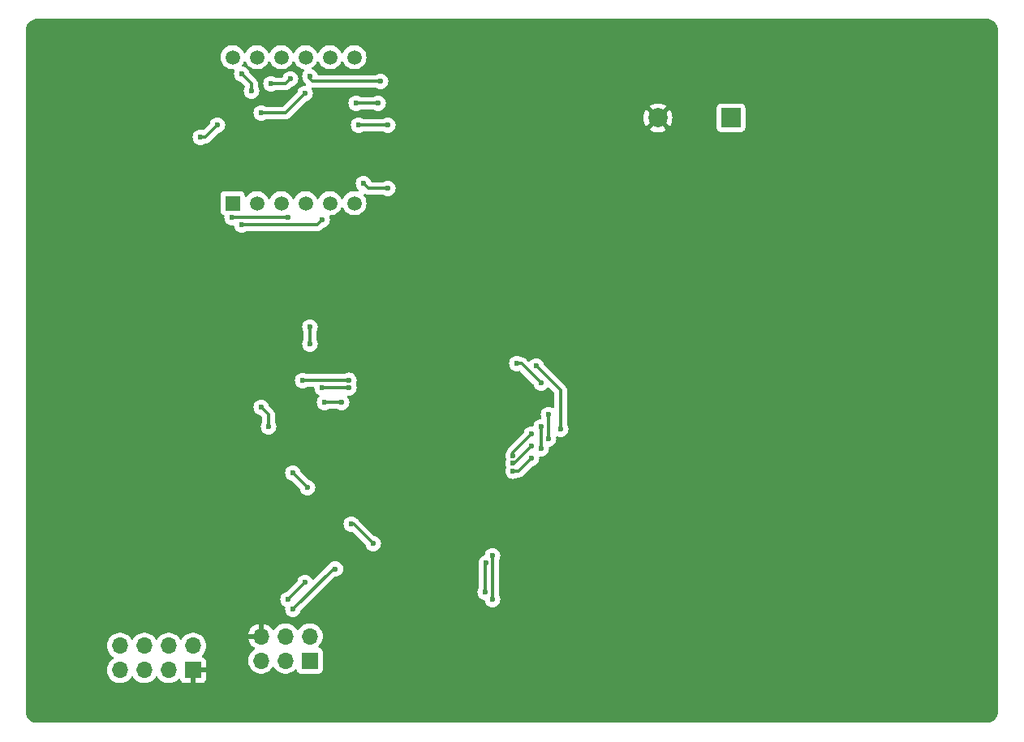
<source format=gbr>
%TF.GenerationSoftware,KiCad,Pcbnew,7.0.1-0*%
%TF.CreationDate,2023-04-21T07:07:00-06:00*%
%TF.ProjectId,PhaseB_Prototype,50686173-6542-45f5-9072-6f746f747970,rev?*%
%TF.SameCoordinates,Original*%
%TF.FileFunction,Copper,L2,Bot*%
%TF.FilePolarity,Positive*%
%FSLAX46Y46*%
G04 Gerber Fmt 4.6, Leading zero omitted, Abs format (unit mm)*
G04 Created by KiCad (PCBNEW 7.0.1-0) date 2023-04-21 07:07:00*
%MOMM*%
%LPD*%
G01*
G04 APERTURE LIST*
%TA.AperFunction,ComponentPad*%
%ADD10R,1.700000X1.700000*%
%TD*%
%TA.AperFunction,ComponentPad*%
%ADD11O,1.700000X1.700000*%
%TD*%
%TA.AperFunction,ComponentPad*%
%ADD12R,2.000000X2.000000*%
%TD*%
%TA.AperFunction,ComponentPad*%
%ADD13C,2.000000*%
%TD*%
%TA.AperFunction,ComponentPad*%
%ADD14C,1.500000*%
%TD*%
%TA.AperFunction,ComponentPad*%
%ADD15R,1.500000X1.500000*%
%TD*%
%TA.AperFunction,ViaPad*%
%ADD16C,0.600000*%
%TD*%
%TA.AperFunction,ViaPad*%
%ADD17C,0.800000*%
%TD*%
%TA.AperFunction,Conductor*%
%ADD18C,0.300000*%
%TD*%
G04 APERTURE END LIST*
D10*
%TO.P,J2,1,MISO*%
%TO.N,MISO*%
X105903000Y-92476000D03*
D11*
%TO.P,J2,2,VCC*%
%TO.N,+5V*%
X105903000Y-89936000D03*
%TO.P,J2,3,SCK*%
%TO.N,SCK*%
X103363000Y-92476000D03*
%TO.P,J2,4,MOSI*%
%TO.N,MOSI*%
X103363000Y-89936000D03*
%TO.P,J2,5,~{RST}*%
%TO.N,RST*%
X100823000Y-92476000D03*
%TO.P,J2,6,GND*%
%TO.N,GND*%
X100823000Y-89936000D03*
%TD*%
D12*
%TO.P,LS1,1,1*%
%TO.N,Buzzer*%
X149840000Y-35814000D03*
D13*
%TO.P,LS1,2,2*%
%TO.N,GND*%
X142240000Y-35814000D03*
%TD*%
D14*
%TO.P,U1,12,CA1*%
%TO.N,Dig1*%
X97850000Y-29480000D03*
%TO.P,U1,11,a*%
%TO.N,Net-(U1-a)*%
X100390000Y-29480000D03*
%TO.P,U1,10,f*%
%TO.N,Net-(U1-f)*%
X102930000Y-29480000D03*
%TO.P,U1,9,CA2*%
%TO.N,Dig2*%
X105470000Y-29480000D03*
%TO.P,U1,8,CA3*%
%TO.N,Dig3*%
X108010000Y-29480000D03*
%TO.P,U1,7,b*%
%TO.N,Net-(U1-b)*%
X110550000Y-29480000D03*
%TO.P,U1,6,CA4*%
%TO.N,Dig4*%
X110550000Y-44720000D03*
%TO.P,U1,5,g*%
%TO.N,Net-(U1-g)*%
X108010000Y-44720000D03*
%TO.P,U1,4,c*%
%TO.N,Net-(U1-c)*%
X105470000Y-44720000D03*
%TO.P,U1,3,DPX*%
%TO.N,Net-(U1-DPX)*%
X102930000Y-44720000D03*
%TO.P,U1,2,d*%
%TO.N,Net-(U1-d)*%
X100390000Y-44720000D03*
D15*
%TO.P,U1,1,e*%
%TO.N,Net-(U1-e)*%
X97850000Y-44720000D03*
%TD*%
D10*
%TO.P,J3,1,Pin_1*%
%TO.N,GND*%
X93726000Y-93472000D03*
D11*
%TO.P,J3,2,Pin_2*%
%TO.N,TX*%
X93726000Y-90932000D03*
%TO.P,J3,3,Pin_3*%
%TO.N,unconnected-(J3-Pin_3-Pad3)*%
X91186000Y-93472000D03*
%TO.P,J3,4,Pin_4*%
%TO.N,+3.3V*%
X91186000Y-90932000D03*
%TO.P,J3,5,Pin_5*%
%TO.N,Net-(J3-Pin_5)*%
X88646000Y-93472000D03*
%TO.P,J3,6,Pin_6*%
%TO.N,+3.3V*%
X88646000Y-90932000D03*
%TO.P,J3,7,Pin_7*%
%TO.N,RX*%
X86106000Y-93472000D03*
%TO.P,J3,8,Pin_8*%
%TO.N,+3.3V*%
X86106000Y-90932000D03*
%TD*%
D16*
%TO.N,Dig3*%
X105410000Y-33274000D03*
X104140000Y-72898000D03*
X96266000Y-36576000D03*
X110236000Y-78232000D03*
X100838000Y-66040000D03*
X112522000Y-80264000D03*
X94488000Y-37846000D03*
X101600000Y-68072000D03*
X100838000Y-35306000D03*
X105664000Y-74422000D03*
%TO.N,TX*%
X124318500Y-82296000D03*
X124206000Y-85344000D03*
%TO.N,RX*%
X124968000Y-81534000D03*
X124968000Y-86106000D03*
%TO.N,MOSI*%
X108563712Y-82909713D03*
%TO.N,SCK*%
X105410000Y-84328000D03*
X103632000Y-86106000D03*
%TO.N,MOSI*%
X104140000Y-87122000D03*
D17*
%TO.N,GND*%
X116332000Y-96266000D03*
D16*
%TO.N,Dig4*%
X111506000Y-42672000D03*
X127508000Y-61468000D03*
X114046000Y-43180000D03*
X130048000Y-68072000D03*
X127112500Y-72692486D03*
X130048000Y-70358000D03*
X129032000Y-71374000D03*
X130048000Y-63500000D03*
%TO.N,Dig1*%
X129032000Y-68834000D03*
X110998000Y-36576000D03*
X127112500Y-71092982D03*
X114046000Y-36576000D03*
X99822000Y-33020000D03*
X98806000Y-31242000D03*
%TO.N,Dig2*%
X113284000Y-32004000D03*
X132080000Y-68326000D03*
X105918000Y-31496000D03*
X129540000Y-61722000D03*
%TO.N,Buzzer*%
X130810000Y-66802000D03*
X130810000Y-69342000D03*
%TO.N,RED_LED*%
X129032000Y-70104000D03*
X127112500Y-71892485D03*
%TO.N,ST_CP*%
X105156000Y-63246000D03*
X109982000Y-63208497D03*
%TO.N,DS*%
X107188000Y-64008000D03*
X109982000Y-64008000D03*
%TO.N,SH_CP*%
X109220000Y-65532000D03*
X107442000Y-65532000D03*
%TO.N,Net-(U1-f)*%
X103886000Y-31750000D03*
X101854000Y-32258000D03*
%TO.N,Net-(U1-a)*%
X110744000Y-34290000D03*
X113030000Y-34290000D03*
%TO.N,Net-(U1-g)*%
X107188000Y-46482000D03*
X98806000Y-46990000D03*
%TO.N,Net-(U1-DPX)*%
X103632000Y-46228000D03*
X97790000Y-46228000D03*
%TO.N,a*%
X105918000Y-59436000D03*
X105918000Y-57658000D03*
D17*
%TO.N,GND*%
X107978193Y-60115680D03*
D16*
X144319397Y-90818286D03*
X144018000Y-76200000D03*
D17*
X149875025Y-58331278D03*
X149935126Y-56032409D03*
X102151016Y-56532751D03*
X104751132Y-59803422D03*
D16*
X117016502Y-65304475D03*
D17*
X110291683Y-73659999D03*
D16*
X83955394Y-79169000D03*
X98423108Y-85324330D03*
X122421630Y-86031350D03*
X119090690Y-89961949D03*
X119254533Y-91780601D03*
X122777146Y-87799229D03*
X117898664Y-84477327D03*
D17*
X110308005Y-75345266D03*
D16*
X94492808Y-83178073D03*
X89713460Y-84500251D03*
X89702622Y-82148508D03*
X90757235Y-76653883D03*
D17*
X92413079Y-65038409D03*
D16*
X128717211Y-79208453D03*
D17*
X125963154Y-67769272D03*
X114795000Y-67818000D03*
X126064071Y-69676891D03*
X126087346Y-79120606D03*
X118809500Y-78939189D03*
X123510500Y-69906725D03*
X117209500Y-69914386D03*
X110853654Y-68159775D03*
X110324850Y-71123523D03*
X115876501Y-73625620D03*
%TD*%
D18*
%TO.N,Dig3*%
X103378000Y-35306000D02*
X105410000Y-33274000D01*
X94996000Y-37846000D02*
X96266000Y-36576000D01*
X105664000Y-74422000D02*
X104140000Y-72898000D01*
X101600000Y-68072000D02*
X101600000Y-66802000D01*
X110490000Y-78232000D02*
X110236000Y-78232000D01*
X112522000Y-80264000D02*
X110490000Y-78232000D01*
X100838000Y-35306000D02*
X103378000Y-35306000D01*
X94488000Y-37846000D02*
X94996000Y-37846000D01*
X101600000Y-66802000D02*
X100838000Y-66040000D01*
%TO.N,TX*%
X124206000Y-85344000D02*
X124206000Y-82408500D01*
X124206000Y-82408500D02*
X124318500Y-82296000D01*
%TO.N,RX*%
X124968000Y-86106000D02*
X124968000Y-81534000D01*
%TO.N,MOSI*%
X108352287Y-82909713D02*
X108563712Y-82909713D01*
X104140000Y-87122000D02*
X108352287Y-82909713D01*
%TO.N,SCK*%
X103632000Y-86106000D02*
X105410000Y-84328000D01*
%TO.N,Dig4*%
X130048000Y-63500000D02*
X128016000Y-61468000D01*
X112014000Y-43180000D02*
X111506000Y-42672000D01*
X114046000Y-43180000D02*
X112014000Y-43180000D01*
X128016000Y-61468000D02*
X127508000Y-61468000D01*
X127713514Y-72692486D02*
X129032000Y-71374000D01*
X130048000Y-70358000D02*
X130048000Y-68072000D01*
X127112500Y-72692486D02*
X127713514Y-72692486D01*
%TO.N,Dig1*%
X114046000Y-36576000D02*
X110998000Y-36576000D01*
X99822000Y-33020000D02*
X99822000Y-32258000D01*
X99822000Y-32258000D02*
X98806000Y-31242000D01*
X127112500Y-71092982D02*
X127112500Y-70753500D01*
X127112500Y-70753500D02*
X129032000Y-68834000D01*
%TO.N,Dig2*%
X105918000Y-31750000D02*
X105918000Y-31496000D01*
X132080000Y-68326000D02*
X132080000Y-64262000D01*
X132080000Y-64262000D02*
X129540000Y-61722000D01*
X113284000Y-32004000D02*
X106172000Y-32004000D01*
X106172000Y-32004000D02*
X105918000Y-31750000D01*
%TO.N,Buzzer*%
X130810000Y-69342000D02*
X130810000Y-66802000D01*
%TO.N,RED_LED*%
X127243515Y-71892485D02*
X129032000Y-70104000D01*
X127112500Y-71892485D02*
X127243515Y-71892485D01*
%TO.N,ST_CP*%
X105193503Y-63208497D02*
X105156000Y-63246000D01*
X109982000Y-63208497D02*
X105193503Y-63208497D01*
%TO.N,DS*%
X109982000Y-64008000D02*
X107188000Y-64008000D01*
%TO.N,SH_CP*%
X107442000Y-65532000D02*
X109220000Y-65532000D01*
%TO.N,Net-(U1-f)*%
X103378000Y-32258000D02*
X103886000Y-31750000D01*
X101854000Y-32258000D02*
X103378000Y-32258000D01*
%TO.N,Net-(U1-a)*%
X113030000Y-34290000D02*
X110744000Y-34290000D01*
%TO.N,Net-(U1-g)*%
X106680000Y-46990000D02*
X107188000Y-46482000D01*
X98806000Y-46990000D02*
X106680000Y-46990000D01*
%TO.N,Net-(U1-DPX)*%
X97790000Y-46228000D02*
X103632000Y-46228000D01*
%TO.N,a*%
X105918000Y-57658000D02*
X105918000Y-59436000D01*
%TD*%
%TA.AperFunction,Conductor*%
%TO.N,GND*%
G36*
X176534853Y-25475882D02*
G01*
X176564568Y-25478220D01*
X176707136Y-25489440D01*
X176726346Y-25492483D01*
X176889638Y-25531686D01*
X176908130Y-25537694D01*
X177031090Y-25588626D01*
X177063277Y-25601959D01*
X177080614Y-25610793D01*
X177223786Y-25698529D01*
X177239527Y-25709965D01*
X177367217Y-25819022D01*
X177380977Y-25832782D01*
X177490034Y-25960472D01*
X177501470Y-25976213D01*
X177589206Y-26119385D01*
X177598040Y-26136722D01*
X177662302Y-26291862D01*
X177668315Y-26310368D01*
X177707515Y-26473648D01*
X177710559Y-26492866D01*
X177724118Y-26665146D01*
X177724500Y-26674875D01*
X177724500Y-97785125D01*
X177724118Y-97794854D01*
X177710559Y-97967133D01*
X177707515Y-97986351D01*
X177668315Y-98149631D01*
X177662302Y-98168137D01*
X177598040Y-98323277D01*
X177589206Y-98340614D01*
X177501470Y-98483786D01*
X177490034Y-98499527D01*
X177380977Y-98627217D01*
X177367217Y-98640977D01*
X177239527Y-98750034D01*
X177223786Y-98761470D01*
X177080614Y-98849206D01*
X177063277Y-98858040D01*
X176908137Y-98922302D01*
X176889631Y-98928315D01*
X176726351Y-98967515D01*
X176707133Y-98970559D01*
X176534854Y-98984118D01*
X176525125Y-98984500D01*
X77474875Y-98984500D01*
X77465146Y-98984118D01*
X77292866Y-98970559D01*
X77273648Y-98967515D01*
X77110368Y-98928315D01*
X77091862Y-98922302D01*
X76936722Y-98858040D01*
X76919385Y-98849206D01*
X76776213Y-98761470D01*
X76760472Y-98750034D01*
X76632782Y-98640977D01*
X76619022Y-98627217D01*
X76509965Y-98499527D01*
X76498529Y-98483786D01*
X76410793Y-98340614D01*
X76401959Y-98323277D01*
X76388626Y-98291090D01*
X76337694Y-98168130D01*
X76331686Y-98149638D01*
X76292483Y-97986346D01*
X76289440Y-97967132D01*
X76275882Y-97794853D01*
X76275500Y-97785125D01*
X76275500Y-93472000D01*
X84742843Y-93472000D01*
X84761435Y-93696363D01*
X84816705Y-93914618D01*
X84907138Y-94120788D01*
X84907140Y-94120791D01*
X85030278Y-94309268D01*
X85182760Y-94474906D01*
X85360424Y-94613189D01*
X85558426Y-94720342D01*
X85771365Y-94793444D01*
X85993431Y-94830500D01*
X86218569Y-94830500D01*
X86440635Y-94793444D01*
X86653574Y-94720342D01*
X86851576Y-94613189D01*
X87029240Y-94474906D01*
X87181722Y-94309268D01*
X87272190Y-94170795D01*
X87316982Y-94129561D01*
X87376000Y-94114616D01*
X87435018Y-94129561D01*
X87479809Y-94170795D01*
X87570278Y-94309268D01*
X87722760Y-94474906D01*
X87900424Y-94613189D01*
X88098426Y-94720342D01*
X88311365Y-94793444D01*
X88533431Y-94830500D01*
X88758569Y-94830500D01*
X88980635Y-94793444D01*
X89193574Y-94720342D01*
X89391576Y-94613189D01*
X89569240Y-94474906D01*
X89721722Y-94309268D01*
X89812190Y-94170795D01*
X89856982Y-94129561D01*
X89916000Y-94114616D01*
X89975018Y-94129561D01*
X90019809Y-94170795D01*
X90110278Y-94309268D01*
X90262760Y-94474906D01*
X90440424Y-94613189D01*
X90638426Y-94720342D01*
X90851365Y-94793444D01*
X91073431Y-94830500D01*
X91298569Y-94830500D01*
X91520635Y-94793444D01*
X91733574Y-94720342D01*
X91931576Y-94613189D01*
X92109240Y-94474906D01*
X92151155Y-94429375D01*
X92178908Y-94399228D01*
X92231531Y-94365374D01*
X92293986Y-94361526D01*
X92350367Y-94388664D01*
X92386319Y-94439877D01*
X92432647Y-94564089D01*
X92518811Y-94679188D01*
X92633910Y-94765352D01*
X92768624Y-94815597D01*
X92828176Y-94822000D01*
X93476000Y-94822000D01*
X93476000Y-93722000D01*
X93976000Y-93722000D01*
X93976000Y-94822000D01*
X94623824Y-94822000D01*
X94683375Y-94815597D01*
X94818089Y-94765352D01*
X94933188Y-94679188D01*
X95019352Y-94564089D01*
X95069597Y-94429375D01*
X95076000Y-94369824D01*
X95076000Y-93722000D01*
X93976000Y-93722000D01*
X93476000Y-93722000D01*
X93476000Y-93346000D01*
X93492613Y-93284000D01*
X93538000Y-93238613D01*
X93600000Y-93222000D01*
X95076000Y-93222000D01*
X95076000Y-92574176D01*
X95069597Y-92514624D01*
X95055191Y-92475999D01*
X99459843Y-92475999D01*
X99478435Y-92700363D01*
X99478435Y-92700366D01*
X99478436Y-92700368D01*
X99509544Y-92823211D01*
X99533705Y-92918618D01*
X99624138Y-93124788D01*
X99624140Y-93124791D01*
X99747278Y-93313268D01*
X99899760Y-93478906D01*
X100077424Y-93617189D01*
X100275426Y-93724342D01*
X100488365Y-93797444D01*
X100710431Y-93834500D01*
X100935569Y-93834500D01*
X101157635Y-93797444D01*
X101370574Y-93724342D01*
X101568576Y-93617189D01*
X101746240Y-93478906D01*
X101898722Y-93313268D01*
X101989190Y-93174795D01*
X102033982Y-93133561D01*
X102093000Y-93118616D01*
X102152018Y-93133561D01*
X102196809Y-93174795D01*
X102244398Y-93247636D01*
X102287278Y-93313268D01*
X102439760Y-93478906D01*
X102617424Y-93617189D01*
X102815426Y-93724342D01*
X103028365Y-93797444D01*
X103250431Y-93834500D01*
X103475569Y-93834500D01*
X103697635Y-93797444D01*
X103910574Y-93724342D01*
X104108576Y-93617189D01*
X104286240Y-93478906D01*
X104349452Y-93410239D01*
X104402073Y-93376387D01*
X104464528Y-93372539D01*
X104520909Y-93399676D01*
X104556861Y-93450889D01*
X104602110Y-93572204D01*
X104689738Y-93689261D01*
X104806796Y-93776889D01*
X104943794Y-93827988D01*
X104943797Y-93827988D01*
X104943799Y-93827989D01*
X105004362Y-93834500D01*
X106801634Y-93834500D01*
X106801638Y-93834500D01*
X106862201Y-93827989D01*
X106862203Y-93827988D01*
X106862205Y-93827988D01*
X106944097Y-93797443D01*
X106999204Y-93776889D01*
X107116261Y-93689261D01*
X107203889Y-93572204D01*
X107254989Y-93435201D01*
X107261500Y-93374638D01*
X107261500Y-91577362D01*
X107254989Y-91516799D01*
X107254988Y-91516797D01*
X107254988Y-91516794D01*
X107203889Y-91379796D01*
X107116261Y-91262738D01*
X106999203Y-91175110D01*
X106881405Y-91131173D01*
X106831870Y-91097158D01*
X106804143Y-91043848D01*
X106804736Y-90983761D01*
X106833508Y-90931009D01*
X106978722Y-90773268D01*
X107101860Y-90584791D01*
X107192296Y-90378616D01*
X107247564Y-90160368D01*
X107266156Y-89936000D01*
X107247564Y-89711632D01*
X107192296Y-89493384D01*
X107101860Y-89287209D01*
X106978722Y-89098732D01*
X106826240Y-88933094D01*
X106648576Y-88794811D01*
X106450574Y-88687658D01*
X106450573Y-88687657D01*
X106450572Y-88687657D01*
X106237636Y-88614556D01*
X106015569Y-88577500D01*
X105790431Y-88577500D01*
X105568363Y-88614556D01*
X105355427Y-88687657D01*
X105157424Y-88794811D01*
X104979760Y-88933094D01*
X104827279Y-89098730D01*
X104736809Y-89237205D01*
X104692017Y-89278438D01*
X104633000Y-89293383D01*
X104573983Y-89278438D01*
X104529191Y-89237205D01*
X104438723Y-89098734D01*
X104438722Y-89098732D01*
X104286240Y-88933094D01*
X104108576Y-88794811D01*
X103910574Y-88687658D01*
X103910573Y-88687657D01*
X103910572Y-88687657D01*
X103697636Y-88614556D01*
X103475569Y-88577500D01*
X103250431Y-88577500D01*
X103028363Y-88614556D01*
X102815427Y-88687657D01*
X102617424Y-88794811D01*
X102439760Y-88933094D01*
X102287275Y-89098734D01*
X102193250Y-89242650D01*
X102149334Y-89283405D01*
X102091435Y-89298812D01*
X102033071Y-89285274D01*
X101987867Y-89245951D01*
X101861109Y-89064921D01*
X101694081Y-88897893D01*
X101500576Y-88762399D01*
X101286492Y-88662569D01*
X101073000Y-88605364D01*
X101073000Y-90062000D01*
X101056387Y-90124000D01*
X101011000Y-90169387D01*
X100949000Y-90186000D01*
X99492364Y-90186000D01*
X99549569Y-90399492D01*
X99649399Y-90613576D01*
X99784893Y-90807081D01*
X99951918Y-90974106D01*
X100132802Y-91100763D01*
X100173265Y-91148261D01*
X100185474Y-91209452D01*
X100166336Y-91268842D01*
X100120698Y-91311392D01*
X100077422Y-91334812D01*
X99899760Y-91473094D01*
X99747279Y-91638730D01*
X99624138Y-91827211D01*
X99553000Y-91989393D01*
X99533704Y-92033384D01*
X99507078Y-92138527D01*
X99478435Y-92251636D01*
X99459843Y-92475999D01*
X95055191Y-92475999D01*
X95019352Y-92379910D01*
X94933188Y-92264811D01*
X94818089Y-92178647D01*
X94698188Y-92133927D01*
X94648653Y-92099912D01*
X94620926Y-92046601D01*
X94621519Y-91986514D01*
X94650291Y-91933763D01*
X94801722Y-91769268D01*
X94924860Y-91580791D01*
X95015296Y-91374616D01*
X95070564Y-91156368D01*
X95089156Y-90932000D01*
X95070564Y-90707632D01*
X95015296Y-90489384D01*
X94924860Y-90283209D01*
X94801722Y-90094732D01*
X94649240Y-89929094D01*
X94471576Y-89790811D01*
X94277902Y-89686000D01*
X99492364Y-89686000D01*
X100573000Y-89686000D01*
X100573000Y-88605364D01*
X100572999Y-88605364D01*
X100359507Y-88662569D01*
X100145421Y-88762400D01*
X99951921Y-88897890D01*
X99784890Y-89064921D01*
X99649400Y-89258421D01*
X99549569Y-89472507D01*
X99492364Y-89685999D01*
X99492364Y-89686000D01*
X94277902Y-89686000D01*
X94273574Y-89683658D01*
X94273573Y-89683657D01*
X94273572Y-89683657D01*
X94060636Y-89610556D01*
X93838569Y-89573500D01*
X93613431Y-89573500D01*
X93391363Y-89610556D01*
X93178427Y-89683657D01*
X92980424Y-89790811D01*
X92802760Y-89929094D01*
X92650279Y-90094730D01*
X92559809Y-90233205D01*
X92515017Y-90274438D01*
X92456000Y-90289383D01*
X92396983Y-90274438D01*
X92352191Y-90233205D01*
X92304601Y-90160363D01*
X92261722Y-90094732D01*
X92109240Y-89929094D01*
X91931576Y-89790811D01*
X91733574Y-89683658D01*
X91733573Y-89683657D01*
X91733572Y-89683657D01*
X91520636Y-89610556D01*
X91298569Y-89573500D01*
X91073431Y-89573500D01*
X90851363Y-89610556D01*
X90638427Y-89683657D01*
X90440424Y-89790811D01*
X90262760Y-89929094D01*
X90110279Y-90094730D01*
X90019809Y-90233205D01*
X89975017Y-90274438D01*
X89916000Y-90289383D01*
X89856983Y-90274438D01*
X89812191Y-90233205D01*
X89764601Y-90160363D01*
X89721722Y-90094732D01*
X89569240Y-89929094D01*
X89391576Y-89790811D01*
X89193574Y-89683658D01*
X89193573Y-89683657D01*
X89193572Y-89683657D01*
X88980636Y-89610556D01*
X88758569Y-89573500D01*
X88533431Y-89573500D01*
X88311363Y-89610556D01*
X88098427Y-89683657D01*
X87900424Y-89790811D01*
X87722760Y-89929094D01*
X87570279Y-90094730D01*
X87479809Y-90233205D01*
X87435017Y-90274438D01*
X87376000Y-90289383D01*
X87316983Y-90274438D01*
X87272191Y-90233205D01*
X87224601Y-90160363D01*
X87181722Y-90094732D01*
X87029240Y-89929094D01*
X86851576Y-89790811D01*
X86653574Y-89683658D01*
X86653573Y-89683657D01*
X86653572Y-89683657D01*
X86440636Y-89610556D01*
X86218569Y-89573500D01*
X85993431Y-89573500D01*
X85771363Y-89610556D01*
X85558427Y-89683657D01*
X85360424Y-89790811D01*
X85182760Y-89929094D01*
X85030279Y-90094730D01*
X84907138Y-90283211D01*
X84845995Y-90422606D01*
X84816704Y-90489384D01*
X84779881Y-90634795D01*
X84761435Y-90707636D01*
X84742843Y-90931999D01*
X84761435Y-91156363D01*
X84761435Y-91156366D01*
X84761436Y-91156368D01*
X84806624Y-91334812D01*
X84816705Y-91374618D01*
X84907138Y-91580788D01*
X84907140Y-91580791D01*
X85030278Y-91769268D01*
X85182760Y-91934906D01*
X85360424Y-92073189D01*
X85360426Y-92073190D01*
X85396931Y-92092946D01*
X85444436Y-92138527D01*
X85461913Y-92202000D01*
X85444436Y-92265473D01*
X85396931Y-92311054D01*
X85360426Y-92330809D01*
X85182760Y-92469094D01*
X85030279Y-92634730D01*
X84907138Y-92823211D01*
X84845995Y-92962606D01*
X84816704Y-93029384D01*
X84792544Y-93124791D01*
X84761435Y-93247636D01*
X84742843Y-93472000D01*
X76275500Y-93472000D01*
X76275500Y-86105999D01*
X102818383Y-86105999D01*
X102838782Y-86287044D01*
X102838782Y-86287046D01*
X102838783Y-86287047D01*
X102898957Y-86459015D01*
X102995889Y-86613281D01*
X103124719Y-86742111D01*
X103278985Y-86839043D01*
X103287051Y-86844111D01*
X103332799Y-86895303D01*
X103344299Y-86962988D01*
X103326383Y-87121999D01*
X103346782Y-87303044D01*
X103346782Y-87303046D01*
X103346783Y-87303047D01*
X103406957Y-87475015D01*
X103503889Y-87629281D01*
X103632719Y-87758111D01*
X103786985Y-87855043D01*
X103958953Y-87915217D01*
X104140000Y-87935616D01*
X104321047Y-87915217D01*
X104493015Y-87855043D01*
X104647281Y-87758111D01*
X104776111Y-87629281D01*
X104873043Y-87475015D01*
X104933217Y-87303047D01*
X104933819Y-87297697D01*
X104945318Y-87257782D01*
X104969355Y-87223903D01*
X106849258Y-85343999D01*
X123392383Y-85343999D01*
X123412782Y-85525044D01*
X123412782Y-85525046D01*
X123412783Y-85525047D01*
X123472957Y-85697015D01*
X123569889Y-85851281D01*
X123698719Y-85980111D01*
X123852985Y-86077043D01*
X124024953Y-86137217D01*
X124061349Y-86141317D01*
X124113433Y-86159542D01*
X124152455Y-86198564D01*
X124170682Y-86250653D01*
X124174782Y-86287044D01*
X124174782Y-86287046D01*
X124174783Y-86287047D01*
X124234957Y-86459015D01*
X124331889Y-86613281D01*
X124460719Y-86742111D01*
X124614985Y-86839043D01*
X124786953Y-86899217D01*
X124968000Y-86919616D01*
X125149047Y-86899217D01*
X125321015Y-86839043D01*
X125475281Y-86742111D01*
X125604111Y-86613281D01*
X125701043Y-86459015D01*
X125761217Y-86287047D01*
X125781616Y-86106000D01*
X125761217Y-85924953D01*
X125701043Y-85752985D01*
X125645505Y-85664598D01*
X125626500Y-85598627D01*
X125626500Y-82041373D01*
X125645506Y-81975401D01*
X125701043Y-81887015D01*
X125761217Y-81715047D01*
X125781616Y-81534000D01*
X125761217Y-81352953D01*
X125701043Y-81180985D01*
X125604111Y-81026719D01*
X125475281Y-80897889D01*
X125321015Y-80800957D01*
X125149047Y-80740783D01*
X125149046Y-80740782D01*
X125149044Y-80740782D01*
X124968000Y-80720383D01*
X124786955Y-80740782D01*
X124614984Y-80800957D01*
X124460717Y-80897890D01*
X124331890Y-81026717D01*
X124234957Y-81180984D01*
X124174782Y-81352955D01*
X124167463Y-81417910D01*
X124141190Y-81481338D01*
X124085199Y-81521066D01*
X123965486Y-81562956D01*
X123811217Y-81659890D01*
X123682390Y-81788717D01*
X123585457Y-81942984D01*
X123525282Y-82114955D01*
X123504883Y-82296000D01*
X123525282Y-82477044D01*
X123540542Y-82520655D01*
X123547500Y-82561609D01*
X123547500Y-84836627D01*
X123528494Y-84902599D01*
X123472957Y-84990984D01*
X123412782Y-85162955D01*
X123392383Y-85343999D01*
X106849258Y-85343999D01*
X108437202Y-83756055D01*
X108483928Y-83726696D01*
X108538765Y-83720518D01*
X108563712Y-83723329D01*
X108563713Y-83723328D01*
X108563714Y-83723329D01*
X108636130Y-83715169D01*
X108744759Y-83702930D01*
X108916727Y-83642756D01*
X109070993Y-83545824D01*
X109199823Y-83416994D01*
X109296755Y-83262728D01*
X109356929Y-83090760D01*
X109377328Y-82909713D01*
X109356929Y-82728666D01*
X109296755Y-82556698D01*
X109199823Y-82402432D01*
X109070993Y-82273602D01*
X108916727Y-82176670D01*
X108744759Y-82116496D01*
X108744758Y-82116495D01*
X108744756Y-82116495D01*
X108563712Y-82096096D01*
X108382667Y-82116495D01*
X108210696Y-82176670D01*
X108056431Y-82273602D01*
X107927616Y-82402416D01*
X107912824Y-82415049D01*
X107897931Y-82425869D01*
X107868417Y-82461545D01*
X107860556Y-82470183D01*
X106335072Y-83995666D01*
X106288346Y-84025027D01*
X106233508Y-84031205D01*
X106181419Y-84012979D01*
X106142397Y-83973957D01*
X106046111Y-83820719D01*
X105917281Y-83691889D01*
X105763015Y-83594957D01*
X105591047Y-83534783D01*
X105591046Y-83534782D01*
X105591044Y-83534782D01*
X105410000Y-83514383D01*
X105228955Y-83534782D01*
X105056984Y-83594957D01*
X104902717Y-83691890D01*
X104773890Y-83820717D01*
X104773888Y-83820719D01*
X104773889Y-83820719D01*
X104676957Y-83974985D01*
X104659447Y-84025027D01*
X104616782Y-84146956D01*
X104616180Y-84152301D01*
X104604680Y-84192218D01*
X104580641Y-84226097D01*
X103530097Y-85276641D01*
X103496218Y-85300680D01*
X103456301Y-85312180D01*
X103450956Y-85312782D01*
X103450953Y-85312782D01*
X103450953Y-85312783D01*
X103278985Y-85372957D01*
X103278983Y-85372957D01*
X103278983Y-85372958D01*
X103124717Y-85469890D01*
X102995890Y-85598717D01*
X102898957Y-85752984D01*
X102838782Y-85924955D01*
X102818383Y-86105999D01*
X76275500Y-86105999D01*
X76275500Y-78231999D01*
X109422383Y-78231999D01*
X109442782Y-78413044D01*
X109442782Y-78413046D01*
X109442783Y-78413047D01*
X109502957Y-78585015D01*
X109599889Y-78739281D01*
X109728719Y-78868111D01*
X109882985Y-78965043D01*
X110054953Y-79025217D01*
X110145476Y-79035416D01*
X110235998Y-79045616D01*
X110235998Y-79045615D01*
X110236000Y-79045616D01*
X110299207Y-79038494D01*
X110354046Y-79044672D01*
X110400773Y-79074033D01*
X111692641Y-80365901D01*
X111716680Y-80399780D01*
X111728180Y-80439698D01*
X111728782Y-80445044D01*
X111728782Y-80445046D01*
X111728783Y-80445047D01*
X111788957Y-80617015D01*
X111885889Y-80771281D01*
X112014719Y-80900111D01*
X112168985Y-80997043D01*
X112340953Y-81057217D01*
X112522000Y-81077616D01*
X112703047Y-81057217D01*
X112875015Y-80997043D01*
X113029281Y-80900111D01*
X113158111Y-80771281D01*
X113255043Y-80617015D01*
X113315217Y-80445047D01*
X113335616Y-80264000D01*
X113315217Y-80082953D01*
X113255043Y-79910985D01*
X113158111Y-79756719D01*
X113029281Y-79627889D01*
X112875015Y-79530957D01*
X112703047Y-79470783D01*
X112703046Y-79470782D01*
X112703044Y-79470782D01*
X112697698Y-79470180D01*
X112657780Y-79458680D01*
X112623901Y-79434641D01*
X111016718Y-77827458D01*
X111003234Y-77810627D01*
X110949725Y-77760379D01*
X110946928Y-77757668D01*
X110926332Y-77737072D01*
X110922748Y-77734292D01*
X110913878Y-77726716D01*
X110880133Y-77695028D01*
X110861200Y-77684619D01*
X110844941Y-77673939D01*
X110827869Y-77660697D01*
X110827868Y-77660696D01*
X110814701Y-77654998D01*
X110776272Y-77628880D01*
X110743282Y-77595890D01*
X110743281Y-77595889D01*
X110589015Y-77498957D01*
X110417047Y-77438783D01*
X110417046Y-77438782D01*
X110417044Y-77438782D01*
X110236000Y-77418383D01*
X110054955Y-77438782D01*
X109882984Y-77498957D01*
X109728717Y-77595890D01*
X109599890Y-77724717D01*
X109502957Y-77878984D01*
X109442782Y-78050955D01*
X109422383Y-78231999D01*
X76275500Y-78231999D01*
X76275500Y-72898000D01*
X103326383Y-72898000D01*
X103346782Y-73079044D01*
X103346782Y-73079046D01*
X103346783Y-73079047D01*
X103406957Y-73251015D01*
X103503889Y-73405281D01*
X103632719Y-73534111D01*
X103786985Y-73631043D01*
X103958953Y-73691217D01*
X103964301Y-73691819D01*
X104004217Y-73703318D01*
X104038098Y-73727358D01*
X104834640Y-74523900D01*
X104858678Y-74557777D01*
X104870179Y-74597691D01*
X104870782Y-74603044D01*
X104870782Y-74603046D01*
X104870783Y-74603047D01*
X104930957Y-74775015D01*
X105027889Y-74929281D01*
X105156719Y-75058111D01*
X105310985Y-75155043D01*
X105482953Y-75215217D01*
X105664000Y-75235616D01*
X105845047Y-75215217D01*
X106017015Y-75155043D01*
X106171281Y-75058111D01*
X106300111Y-74929281D01*
X106397043Y-74775015D01*
X106457217Y-74603047D01*
X106477616Y-74422000D01*
X106457217Y-74240953D01*
X106397043Y-74068985D01*
X106300111Y-73914719D01*
X106171281Y-73785889D01*
X106017015Y-73688957D01*
X105845047Y-73628783D01*
X105845046Y-73628782D01*
X105845044Y-73628782D01*
X105839691Y-73628179D01*
X105799777Y-73616678D01*
X105765900Y-73592640D01*
X104969358Y-72796098D01*
X104945318Y-72762217D01*
X104933819Y-72722301D01*
X104933217Y-72716953D01*
X104924656Y-72692486D01*
X126298883Y-72692486D01*
X126319282Y-72873530D01*
X126319282Y-72873532D01*
X126319283Y-72873533D01*
X126379457Y-73045501D01*
X126476389Y-73199767D01*
X126605219Y-73328597D01*
X126759485Y-73425529D01*
X126931453Y-73485703D01*
X127112500Y-73506102D01*
X127293547Y-73485703D01*
X127465515Y-73425529D01*
X127553901Y-73369991D01*
X127619873Y-73350986D01*
X127627124Y-73350986D01*
X127648558Y-73353352D01*
X127651049Y-73353273D01*
X127651051Y-73353274D01*
X127721914Y-73351047D01*
X127725810Y-73350986D01*
X127754950Y-73350986D01*
X127759436Y-73350419D01*
X127771085Y-73349501D01*
X127817345Y-73348048D01*
X127838090Y-73342020D01*
X127857130Y-73338077D01*
X127878578Y-73335368D01*
X127921632Y-73318321D01*
X127932656Y-73314546D01*
X127977114Y-73301631D01*
X127995705Y-73290635D01*
X128013178Y-73282075D01*
X128033270Y-73274121D01*
X128070736Y-73246898D01*
X128080474Y-73240502D01*
X128120321Y-73216939D01*
X128135601Y-73201657D01*
X128150391Y-73189026D01*
X128167871Y-73176327D01*
X128197383Y-73140651D01*
X128205226Y-73132032D01*
X129133903Y-72203355D01*
X129167782Y-72179318D01*
X129207697Y-72167819D01*
X129213047Y-72167217D01*
X129385015Y-72107043D01*
X129539281Y-72010111D01*
X129668111Y-71881281D01*
X129765043Y-71727015D01*
X129825217Y-71555047D01*
X129845616Y-71374000D01*
X129837326Y-71300431D01*
X129843505Y-71245593D01*
X129872866Y-71198866D01*
X129919593Y-71169505D01*
X129974431Y-71163327D01*
X130048000Y-71171616D01*
X130229047Y-71151217D01*
X130401015Y-71091043D01*
X130555281Y-70994111D01*
X130684111Y-70865281D01*
X130781043Y-70711015D01*
X130841217Y-70539047D01*
X130861616Y-70358000D01*
X130852335Y-70275629D01*
X130861901Y-70212159D01*
X130901923Y-70161975D01*
X130961670Y-70138526D01*
X130991047Y-70135217D01*
X131163015Y-70075043D01*
X131317281Y-69978111D01*
X131446111Y-69849281D01*
X131543043Y-69695015D01*
X131603217Y-69523047D01*
X131623616Y-69342000D01*
X131608278Y-69205878D01*
X131616938Y-69144541D01*
X131654186Y-69095047D01*
X131710728Y-69069746D01*
X131772453Y-69074952D01*
X131823512Y-69092819D01*
X131898952Y-69119217D01*
X132080000Y-69139616D01*
X132261047Y-69119217D01*
X132433015Y-69059043D01*
X132587281Y-68962111D01*
X132716111Y-68833281D01*
X132813043Y-68679015D01*
X132873217Y-68507047D01*
X132893616Y-68326000D01*
X132873217Y-68144953D01*
X132813043Y-67972985D01*
X132757505Y-67884598D01*
X132738500Y-67818627D01*
X132738500Y-64348390D01*
X132740866Y-64326955D01*
X132738561Y-64253599D01*
X132738500Y-64249704D01*
X132738500Y-64220570D01*
X132737932Y-64216075D01*
X132737015Y-64204424D01*
X132736532Y-64189044D01*
X132735562Y-64158169D01*
X132729535Y-64137423D01*
X132725590Y-64118380D01*
X132722882Y-64096936D01*
X132705840Y-64053893D01*
X132702055Y-64042839D01*
X132701003Y-64039217D01*
X132689145Y-63998399D01*
X132678142Y-63979795D01*
X132669590Y-63962337D01*
X132661635Y-63942244D01*
X132634424Y-63904791D01*
X132628010Y-63895027D01*
X132604453Y-63855194D01*
X132602274Y-63853015D01*
X132589172Y-63839913D01*
X132576539Y-63825121D01*
X132563841Y-63807643D01*
X132528165Y-63778129D01*
X132519526Y-63770267D01*
X130369358Y-61620098D01*
X130345318Y-61586217D01*
X130333819Y-61546301D01*
X130333217Y-61540953D01*
X130273043Y-61368985D01*
X130176111Y-61214719D01*
X130047281Y-61085889D01*
X129893015Y-60988957D01*
X129721047Y-60928783D01*
X129721046Y-60928782D01*
X129721044Y-60928782D01*
X129540000Y-60908383D01*
X129358955Y-60928782D01*
X129186984Y-60988957D01*
X129032717Y-61085890D01*
X128894010Y-61224598D01*
X128893500Y-61224088D01*
X128866584Y-61250998D01*
X128814498Y-61269220D01*
X128759663Y-61263039D01*
X128712940Y-61233680D01*
X128542718Y-61063458D01*
X128529234Y-61046627D01*
X128475725Y-60996379D01*
X128472928Y-60993668D01*
X128452332Y-60973072D01*
X128448748Y-60970292D01*
X128439878Y-60962716D01*
X128406133Y-60931028D01*
X128387200Y-60920619D01*
X128370941Y-60909939D01*
X128368936Y-60908384D01*
X128353868Y-60896696D01*
X128311377Y-60878308D01*
X128300900Y-60873175D01*
X128278007Y-60860590D01*
X128260334Y-60850874D01*
X128239413Y-60845503D01*
X128221004Y-60839200D01*
X128201175Y-60830619D01*
X128155455Y-60823378D01*
X128144016Y-60821009D01*
X128099190Y-60809500D01*
X128099188Y-60809500D01*
X128077581Y-60809500D01*
X128058183Y-60807973D01*
X128055784Y-60807593D01*
X128036847Y-60804593D01*
X128022296Y-60805969D01*
X127981951Y-60803157D01*
X127944657Y-60787513D01*
X127861015Y-60734957D01*
X127689044Y-60674782D01*
X127508000Y-60654383D01*
X127326955Y-60674782D01*
X127154984Y-60734957D01*
X127000717Y-60831890D01*
X126871890Y-60960717D01*
X126774957Y-61114984D01*
X126714782Y-61286955D01*
X126694383Y-61468000D01*
X126714782Y-61649044D01*
X126714782Y-61649046D01*
X126714783Y-61649047D01*
X126774957Y-61821015D01*
X126871889Y-61975281D01*
X127000719Y-62104111D01*
X127154985Y-62201043D01*
X127326953Y-62261217D01*
X127508000Y-62281616D01*
X127689047Y-62261217D01*
X127755449Y-62237981D01*
X127823993Y-62234132D01*
X127884082Y-62267342D01*
X129218641Y-63601901D01*
X129242680Y-63635780D01*
X129254180Y-63675698D01*
X129254782Y-63681044D01*
X129254782Y-63681046D01*
X129254783Y-63681047D01*
X129314957Y-63853015D01*
X129411889Y-64007281D01*
X129540719Y-64136111D01*
X129694985Y-64233043D01*
X129866953Y-64293217D01*
X130048000Y-64313616D01*
X130229047Y-64293217D01*
X130401015Y-64233043D01*
X130555281Y-64136111D01*
X130684111Y-64007281D01*
X130684111Y-64007280D01*
X130693991Y-63997401D01*
X130694501Y-63997911D01*
X130721406Y-63971007D01*
X130773494Y-63952780D01*
X130828333Y-63958958D01*
X130875060Y-63988319D01*
X131385181Y-64498440D01*
X131412061Y-64538668D01*
X131421500Y-64586121D01*
X131421500Y-66007013D01*
X131404303Y-66070014D01*
X131357481Y-66115541D01*
X131294022Y-66130964D01*
X131231528Y-66112007D01*
X131163015Y-66068957D01*
X130991047Y-66008783D01*
X130991046Y-66008782D01*
X130991044Y-66008782D01*
X130810000Y-65988383D01*
X130628955Y-66008782D01*
X130456984Y-66068957D01*
X130302717Y-66165890D01*
X130173890Y-66294717D01*
X130076957Y-66448984D01*
X130016782Y-66620955D01*
X129996383Y-66802000D01*
X130016782Y-66983044D01*
X130016782Y-66983046D01*
X130016783Y-66983047D01*
X130050242Y-67078669D01*
X130059302Y-67104559D01*
X130065480Y-67159397D01*
X130047254Y-67211485D01*
X130008232Y-67250507D01*
X129956144Y-67268733D01*
X129866955Y-67278782D01*
X129694984Y-67338957D01*
X129540717Y-67435890D01*
X129411890Y-67564717D01*
X129314957Y-67718984D01*
X129254782Y-67890955D01*
X129251472Y-67920330D01*
X129228021Y-67980079D01*
X129177838Y-68020098D01*
X129114368Y-68029664D01*
X129032000Y-68020383D01*
X128850955Y-68040782D01*
X128678984Y-68100957D01*
X128524717Y-68197890D01*
X128395890Y-68326717D01*
X128298958Y-68480983D01*
X128238782Y-68652956D01*
X128238180Y-68658301D01*
X128226680Y-68698218D01*
X128202641Y-68732097D01*
X126707952Y-70226786D01*
X126691125Y-70240268D01*
X126640879Y-70293774D01*
X126638200Y-70296538D01*
X126617572Y-70317167D01*
X126617568Y-70317172D01*
X126614787Y-70320757D01*
X126607213Y-70329624D01*
X126575527Y-70363367D01*
X126565119Y-70382299D01*
X126554440Y-70398556D01*
X126541194Y-70415633D01*
X126522809Y-70458116D01*
X126517673Y-70468601D01*
X126495375Y-70509161D01*
X126490003Y-70530086D01*
X126483703Y-70548488D01*
X126475119Y-70568326D01*
X126474983Y-70569186D01*
X126457505Y-70615751D01*
X126379458Y-70739964D01*
X126319282Y-70911937D01*
X126298883Y-71092981D01*
X126319282Y-71274026D01*
X126381480Y-71451779D01*
X126388438Y-71492733D01*
X126381480Y-71533687D01*
X126319282Y-71711440D01*
X126298883Y-71892484D01*
X126319282Y-72073529D01*
X126381567Y-72251531D01*
X126388525Y-72292485D01*
X126381567Y-72333439D01*
X126319282Y-72511441D01*
X126298883Y-72692486D01*
X104924656Y-72692486D01*
X104873043Y-72544985D01*
X104776111Y-72390719D01*
X104647281Y-72261889D01*
X104493015Y-72164957D01*
X104321047Y-72104783D01*
X104321046Y-72104782D01*
X104321044Y-72104782D01*
X104139999Y-72084383D01*
X103958955Y-72104782D01*
X103786984Y-72164957D01*
X103632717Y-72261890D01*
X103503890Y-72390717D01*
X103406957Y-72544984D01*
X103346782Y-72716955D01*
X103326383Y-72898000D01*
X76275500Y-72898000D01*
X76275500Y-66039999D01*
X100024383Y-66039999D01*
X100044782Y-66221044D01*
X100044782Y-66221046D01*
X100044783Y-66221047D01*
X100104957Y-66393015D01*
X100201889Y-66547281D01*
X100330719Y-66676111D01*
X100484985Y-66773043D01*
X100656953Y-66833217D01*
X100662301Y-66833819D01*
X100702217Y-66845318D01*
X100736098Y-66869358D01*
X100905181Y-67038441D01*
X100932061Y-67078669D01*
X100941500Y-67126122D01*
X100941500Y-67564627D01*
X100922494Y-67630599D01*
X100866957Y-67718984D01*
X100806782Y-67890955D01*
X100786383Y-68071999D01*
X100806782Y-68253044D01*
X100806782Y-68253046D01*
X100806783Y-68253047D01*
X100866957Y-68425015D01*
X100963889Y-68579281D01*
X101092719Y-68708111D01*
X101246985Y-68805043D01*
X101418953Y-68865217D01*
X101600000Y-68885616D01*
X101781047Y-68865217D01*
X101953015Y-68805043D01*
X102107281Y-68708111D01*
X102236111Y-68579281D01*
X102333043Y-68425015D01*
X102393217Y-68253047D01*
X102413616Y-68072000D01*
X102393217Y-67890953D01*
X102333043Y-67718985D01*
X102277505Y-67630598D01*
X102258500Y-67564627D01*
X102258500Y-66888392D01*
X102260867Y-66866952D01*
X102258561Y-66793580D01*
X102258500Y-66789685D01*
X102258500Y-66760573D01*
X102258500Y-66760568D01*
X102257931Y-66756072D01*
X102257015Y-66744427D01*
X102255562Y-66698169D01*
X102249534Y-66677421D01*
X102245591Y-66658384D01*
X102242882Y-66636936D01*
X102225830Y-66593869D01*
X102222062Y-66582861D01*
X102209145Y-66538400D01*
X102209144Y-66538399D01*
X102209144Y-66538397D01*
X102198151Y-66519810D01*
X102189589Y-66502335D01*
X102181635Y-66482244D01*
X102154423Y-66444792D01*
X102148021Y-66435047D01*
X102124453Y-66395193D01*
X102109169Y-66379909D01*
X102096539Y-66365121D01*
X102083841Y-66347643D01*
X102048171Y-66318134D01*
X102039532Y-66310272D01*
X101667358Y-65938098D01*
X101643318Y-65904217D01*
X101631819Y-65864301D01*
X101631217Y-65858953D01*
X101571043Y-65686985D01*
X101474111Y-65532719D01*
X101345281Y-65403889D01*
X101191015Y-65306957D01*
X101019047Y-65246783D01*
X101019046Y-65246782D01*
X101019044Y-65246782D01*
X100838000Y-65226383D01*
X100656955Y-65246782D01*
X100484984Y-65306957D01*
X100330717Y-65403890D01*
X100201890Y-65532717D01*
X100104957Y-65686984D01*
X100044782Y-65858955D01*
X100024383Y-66039999D01*
X76275500Y-66039999D01*
X76275500Y-63246000D01*
X104342383Y-63246000D01*
X104362782Y-63427044D01*
X104362782Y-63427046D01*
X104362783Y-63427047D01*
X104422957Y-63599015D01*
X104519889Y-63753281D01*
X104648719Y-63882111D01*
X104802985Y-63979043D01*
X104974953Y-64039217D01*
X105156000Y-64059616D01*
X105337047Y-64039217D01*
X105509015Y-63979043D01*
X105657087Y-63886002D01*
X105723058Y-63866997D01*
X106251515Y-63866997D01*
X106317487Y-63886003D01*
X106363236Y-63937196D01*
X106374735Y-64004882D01*
X106374383Y-64008001D01*
X106394782Y-64189044D01*
X106394782Y-64189046D01*
X106394783Y-64189047D01*
X106454957Y-64361015D01*
X106551889Y-64515281D01*
X106680719Y-64644111D01*
X106834985Y-64741043D01*
X106836462Y-64741559D01*
X106837305Y-64741855D01*
X106888809Y-64776270D01*
X106917240Y-64831304D01*
X106915503Y-64893223D01*
X106884031Y-64946577D01*
X106805889Y-65024719D01*
X106708957Y-65178984D01*
X106648782Y-65350955D01*
X106628383Y-65532000D01*
X106648782Y-65713044D01*
X106648782Y-65713046D01*
X106648783Y-65713047D01*
X106708957Y-65885015D01*
X106805889Y-66039281D01*
X106934719Y-66168111D01*
X107088985Y-66265043D01*
X107260953Y-66325217D01*
X107442000Y-66345616D01*
X107623047Y-66325217D01*
X107795015Y-66265043D01*
X107883401Y-66209505D01*
X107949373Y-66190500D01*
X108712627Y-66190500D01*
X108778598Y-66209505D01*
X108866985Y-66265043D01*
X109038953Y-66325217D01*
X109220000Y-66345616D01*
X109401047Y-66325217D01*
X109573015Y-66265043D01*
X109727281Y-66168111D01*
X109856111Y-66039281D01*
X109953043Y-65885015D01*
X110013217Y-65713047D01*
X110033616Y-65532000D01*
X110013217Y-65350953D01*
X109953043Y-65178985D01*
X109856111Y-65024719D01*
X109856109Y-65024717D01*
X109848677Y-65012889D01*
X109850611Y-65011673D01*
X109830731Y-64978400D01*
X109828012Y-64917865D01*
X109854304Y-64863269D01*
X109903328Y-64827651D01*
X109963376Y-64819518D01*
X109982000Y-64821616D01*
X110163047Y-64801217D01*
X110335015Y-64741043D01*
X110489281Y-64644111D01*
X110618111Y-64515281D01*
X110715043Y-64361015D01*
X110775217Y-64189047D01*
X110795616Y-64008000D01*
X110775217Y-63826953D01*
X110715043Y-63654985D01*
X110715041Y-63654982D01*
X110713019Y-63649203D01*
X110706061Y-63608248D01*
X110713020Y-63567293D01*
X110775217Y-63389544D01*
X110795616Y-63208496D01*
X110779443Y-63064955D01*
X110775217Y-63027450D01*
X110715043Y-62855482D01*
X110618111Y-62701216D01*
X110489281Y-62572386D01*
X110335015Y-62475454D01*
X110163047Y-62415280D01*
X110163046Y-62415279D01*
X110163044Y-62415279D01*
X109982000Y-62394880D01*
X109800955Y-62415279D01*
X109628984Y-62475454D01*
X109540599Y-62530991D01*
X109474627Y-62549997D01*
X105603688Y-62549997D01*
X105537717Y-62530991D01*
X105509017Y-62512958D01*
X105509016Y-62512957D01*
X105509015Y-62512957D01*
X105337047Y-62452783D01*
X105337046Y-62452782D01*
X105337044Y-62452782D01*
X105156000Y-62432383D01*
X104974955Y-62452782D01*
X104802984Y-62512957D01*
X104648717Y-62609890D01*
X104519890Y-62738717D01*
X104422957Y-62892984D01*
X104362782Y-63064955D01*
X104342383Y-63246000D01*
X76275500Y-63246000D01*
X76275500Y-59436000D01*
X105104383Y-59436000D01*
X105124782Y-59617044D01*
X105124782Y-59617046D01*
X105124783Y-59617047D01*
X105184957Y-59789015D01*
X105281889Y-59943281D01*
X105410719Y-60072111D01*
X105564985Y-60169043D01*
X105736953Y-60229217D01*
X105857651Y-60242816D01*
X105917999Y-60249616D01*
X105917999Y-60249615D01*
X105918000Y-60249616D01*
X106099047Y-60229217D01*
X106271015Y-60169043D01*
X106425281Y-60072111D01*
X106554111Y-59943281D01*
X106651043Y-59789015D01*
X106711217Y-59617047D01*
X106731616Y-59436000D01*
X106711217Y-59254953D01*
X106651043Y-59082985D01*
X106595505Y-58994598D01*
X106576500Y-58928627D01*
X106576500Y-58165373D01*
X106595506Y-58099401D01*
X106651043Y-58011015D01*
X106711217Y-57839047D01*
X106731616Y-57658000D01*
X106711217Y-57476953D01*
X106651043Y-57304985D01*
X106554111Y-57150719D01*
X106425281Y-57021889D01*
X106271015Y-56924957D01*
X106099047Y-56864783D01*
X106099046Y-56864782D01*
X106099044Y-56864782D01*
X105918000Y-56844383D01*
X105736955Y-56864782D01*
X105564984Y-56924957D01*
X105410717Y-57021890D01*
X105281890Y-57150717D01*
X105184957Y-57304984D01*
X105124782Y-57476955D01*
X105104383Y-57657999D01*
X105124782Y-57839044D01*
X105184957Y-58011015D01*
X105240494Y-58099401D01*
X105259500Y-58165373D01*
X105259500Y-58928627D01*
X105240494Y-58994599D01*
X105184957Y-59082984D01*
X105124782Y-59254955D01*
X105104383Y-59436000D01*
X76275500Y-59436000D01*
X76275500Y-45518634D01*
X96591500Y-45518634D01*
X96598011Y-45579205D01*
X96649110Y-45716203D01*
X96736738Y-45833261D01*
X96853793Y-45920887D01*
X96853796Y-45920889D01*
X96913922Y-45943315D01*
X96959451Y-45973014D01*
X96987902Y-46019337D01*
X96993805Y-46073379D01*
X96976383Y-46227999D01*
X96996782Y-46409044D01*
X96996782Y-46409046D01*
X96996783Y-46409047D01*
X97056957Y-46581015D01*
X97153889Y-46735281D01*
X97282719Y-46864111D01*
X97436985Y-46961043D01*
X97608953Y-47021217D01*
X97699476Y-47031416D01*
X97789998Y-47041616D01*
X97789998Y-47041615D01*
X97790000Y-47041616D01*
X97872368Y-47032335D01*
X97935837Y-47041901D01*
X97986021Y-47081920D01*
X98009472Y-47141669D01*
X98012782Y-47171044D01*
X98012782Y-47171046D01*
X98012783Y-47171047D01*
X98072957Y-47343015D01*
X98169889Y-47497281D01*
X98298719Y-47626111D01*
X98452985Y-47723043D01*
X98624953Y-47783217D01*
X98806000Y-47803616D01*
X98987047Y-47783217D01*
X99159015Y-47723043D01*
X99247401Y-47667505D01*
X99313373Y-47648500D01*
X106593610Y-47648500D01*
X106615044Y-47650866D01*
X106617535Y-47650787D01*
X106617537Y-47650788D01*
X106688400Y-47648561D01*
X106692296Y-47648500D01*
X106721436Y-47648500D01*
X106725922Y-47647933D01*
X106737571Y-47647015D01*
X106783831Y-47645562D01*
X106804576Y-47639534D01*
X106823616Y-47635591D01*
X106845064Y-47632882D01*
X106888118Y-47615835D01*
X106899142Y-47612060D01*
X106943600Y-47599145D01*
X106962191Y-47588149D01*
X106979664Y-47579589D01*
X106999756Y-47571635D01*
X107037222Y-47544412D01*
X107046960Y-47538016D01*
X107086807Y-47514453D01*
X107102087Y-47499171D01*
X107116877Y-47486540D01*
X107134357Y-47473841D01*
X107163865Y-47438170D01*
X107171708Y-47429550D01*
X107289903Y-47311355D01*
X107323782Y-47287318D01*
X107363697Y-47275819D01*
X107369047Y-47275217D01*
X107541015Y-47215043D01*
X107695281Y-47118111D01*
X107824111Y-46989281D01*
X107921043Y-46835015D01*
X107981217Y-46663047D01*
X108001616Y-46482000D01*
X107981217Y-46300953D01*
X107926913Y-46145762D01*
X107920824Y-46090159D01*
X107939792Y-46037534D01*
X107979958Y-45998601D01*
X108033148Y-45981282D01*
X108100572Y-45975383D01*
X108229371Y-45964115D01*
X108442076Y-45907120D01*
X108641654Y-45814056D01*
X108822038Y-45687749D01*
X108977749Y-45532038D01*
X109104056Y-45351654D01*
X109167617Y-45215344D01*
X109213375Y-45163168D01*
X109280000Y-45143748D01*
X109346625Y-45163168D01*
X109392382Y-45215344D01*
X109455941Y-45351649D01*
X109455943Y-45351651D01*
X109455944Y-45351654D01*
X109582251Y-45532038D01*
X109737962Y-45687749D01*
X109918346Y-45814056D01*
X110117924Y-45907120D01*
X110330629Y-45964115D01*
X110476876Y-45976909D01*
X110549999Y-45983307D01*
X110549999Y-45983306D01*
X110550000Y-45983307D01*
X110769371Y-45964115D01*
X110982076Y-45907120D01*
X111181654Y-45814056D01*
X111362038Y-45687749D01*
X111517749Y-45532038D01*
X111644056Y-45351654D01*
X111737120Y-45152076D01*
X111794115Y-44939371D01*
X111813307Y-44720000D01*
X111794115Y-44500629D01*
X111737120Y-44287924D01*
X111644056Y-44088347D01*
X111542858Y-43943821D01*
X111520968Y-43884197D01*
X111531473Y-43821554D01*
X111571619Y-43772331D01*
X111630870Y-43749444D01*
X111693679Y-43758897D01*
X111718622Y-43769691D01*
X111729100Y-43774824D01*
X111769663Y-43797124D01*
X111790589Y-43802496D01*
X111808995Y-43808799D01*
X111828819Y-43817378D01*
X111828821Y-43817378D01*
X111828823Y-43817379D01*
X111874557Y-43824622D01*
X111885955Y-43826982D01*
X111930812Y-43838500D01*
X111952418Y-43838500D01*
X111971817Y-43840027D01*
X111993151Y-43843406D01*
X112035336Y-43839418D01*
X112039232Y-43839050D01*
X112050901Y-43838500D01*
X113538627Y-43838500D01*
X113604598Y-43857505D01*
X113692985Y-43913043D01*
X113864953Y-43973217D01*
X114046000Y-43993616D01*
X114227047Y-43973217D01*
X114399015Y-43913043D01*
X114553281Y-43816111D01*
X114682111Y-43687281D01*
X114779043Y-43533015D01*
X114839217Y-43361047D01*
X114859616Y-43180000D01*
X114839217Y-42998953D01*
X114779043Y-42826985D01*
X114682111Y-42672719D01*
X114553281Y-42543889D01*
X114399015Y-42446957D01*
X114227047Y-42386783D01*
X114227046Y-42386782D01*
X114227044Y-42386782D01*
X114046000Y-42366383D01*
X113864955Y-42386782D01*
X113692984Y-42446957D01*
X113604599Y-42502494D01*
X113538627Y-42521500D01*
X112397889Y-42521500D01*
X112348302Y-42511154D01*
X112306991Y-42481842D01*
X112280848Y-42438455D01*
X112239044Y-42318987D01*
X112239042Y-42318984D01*
X112142111Y-42164719D01*
X112013281Y-42035889D01*
X111859015Y-41938957D01*
X111687047Y-41878783D01*
X111687046Y-41878782D01*
X111687044Y-41878782D01*
X111506000Y-41858383D01*
X111324955Y-41878782D01*
X111152984Y-41938957D01*
X110998717Y-42035890D01*
X110869890Y-42164717D01*
X110772957Y-42318984D01*
X110712782Y-42490955D01*
X110692383Y-42672000D01*
X110712782Y-42853044D01*
X110772957Y-43025015D01*
X110869890Y-43179282D01*
X110984619Y-43294011D01*
X111016713Y-43349598D01*
X111016713Y-43413786D01*
X110984619Y-43469373D01*
X110929031Y-43501467D01*
X110864844Y-43501467D01*
X110769368Y-43475884D01*
X110549999Y-43456692D01*
X110330631Y-43475884D01*
X110117922Y-43532880D01*
X109959532Y-43606739D01*
X109918347Y-43625944D01*
X109737962Y-43752251D01*
X109737958Y-43752254D01*
X109582254Y-43907958D01*
X109582251Y-43907961D01*
X109582251Y-43907962D01*
X109457170Y-44086597D01*
X109455943Y-44088349D01*
X109392382Y-44224656D01*
X109346625Y-44276832D01*
X109280000Y-44296251D01*
X109213375Y-44276832D01*
X109167618Y-44224656D01*
X109153634Y-44194668D01*
X109104056Y-44088347D01*
X108977749Y-43907962D01*
X108822038Y-43752251D01*
X108641654Y-43625944D01*
X108549636Y-43583035D01*
X108442077Y-43532880D01*
X108229368Y-43475884D01*
X108009999Y-43456692D01*
X107790631Y-43475884D01*
X107577922Y-43532880D01*
X107419532Y-43606739D01*
X107378347Y-43625944D01*
X107197962Y-43752251D01*
X107197958Y-43752254D01*
X107042254Y-43907958D01*
X107042251Y-43907961D01*
X107042251Y-43907962D01*
X106917170Y-44086597D01*
X106915943Y-44088349D01*
X106852382Y-44224656D01*
X106806625Y-44276832D01*
X106740000Y-44296251D01*
X106673375Y-44276832D01*
X106627618Y-44224656D01*
X106613634Y-44194668D01*
X106564056Y-44088347D01*
X106437749Y-43907962D01*
X106282038Y-43752251D01*
X106101654Y-43625944D01*
X106009636Y-43583035D01*
X105902077Y-43532880D01*
X105689368Y-43475884D01*
X105469999Y-43456692D01*
X105250631Y-43475884D01*
X105037922Y-43532880D01*
X104879532Y-43606739D01*
X104838347Y-43625944D01*
X104657962Y-43752251D01*
X104657958Y-43752254D01*
X104502254Y-43907958D01*
X104502251Y-43907961D01*
X104502251Y-43907962D01*
X104377170Y-44086597D01*
X104375943Y-44088349D01*
X104312382Y-44224656D01*
X104266625Y-44276832D01*
X104200000Y-44296251D01*
X104133375Y-44276832D01*
X104087618Y-44224656D01*
X104073634Y-44194668D01*
X104024056Y-44088347D01*
X103897749Y-43907962D01*
X103742038Y-43752251D01*
X103561654Y-43625944D01*
X103469636Y-43583035D01*
X103362077Y-43532880D01*
X103149368Y-43475884D01*
X102929999Y-43456692D01*
X102710631Y-43475884D01*
X102497922Y-43532880D01*
X102339532Y-43606739D01*
X102298347Y-43625944D01*
X102117962Y-43752251D01*
X102117958Y-43752254D01*
X101962254Y-43907958D01*
X101962251Y-43907961D01*
X101962251Y-43907962D01*
X101837170Y-44086597D01*
X101835943Y-44088349D01*
X101772382Y-44224656D01*
X101726625Y-44276832D01*
X101660000Y-44296251D01*
X101593375Y-44276832D01*
X101547618Y-44224656D01*
X101533634Y-44194668D01*
X101484056Y-44088347D01*
X101357749Y-43907962D01*
X101202038Y-43752251D01*
X101021654Y-43625944D01*
X100929636Y-43583035D01*
X100822077Y-43532880D01*
X100609368Y-43475884D01*
X100389999Y-43456692D01*
X100170631Y-43475884D01*
X99957922Y-43532880D01*
X99799532Y-43606739D01*
X99758347Y-43625944D01*
X99577962Y-43752251D01*
X99577958Y-43752254D01*
X99422254Y-43907958D01*
X99422251Y-43907961D01*
X99422251Y-43907962D01*
X99341783Y-44022883D01*
X99334075Y-44033891D01*
X99286858Y-44074218D01*
X99226010Y-44086597D01*
X99166790Y-44067925D01*
X99124047Y-44022883D01*
X99108500Y-43962767D01*
X99108500Y-43921366D01*
X99108500Y-43921362D01*
X99101989Y-43860799D01*
X99101988Y-43860797D01*
X99101988Y-43860794D01*
X99050889Y-43723796D01*
X98963261Y-43606738D01*
X98846203Y-43519110D01*
X98709205Y-43468011D01*
X98678919Y-43464755D01*
X98648638Y-43461500D01*
X97051362Y-43461500D01*
X97024445Y-43464393D01*
X96990794Y-43468011D01*
X96853796Y-43519110D01*
X96736738Y-43606738D01*
X96649110Y-43723796D01*
X96598011Y-43860794D01*
X96594393Y-43894445D01*
X96592395Y-43913043D01*
X96591500Y-43921366D01*
X96591500Y-45518634D01*
X76275500Y-45518634D01*
X76275500Y-37845999D01*
X93674383Y-37845999D01*
X93694782Y-38027044D01*
X93694782Y-38027046D01*
X93694783Y-38027047D01*
X93754957Y-38199015D01*
X93851889Y-38353281D01*
X93980719Y-38482111D01*
X94134985Y-38579043D01*
X94306953Y-38639217D01*
X94488000Y-38659616D01*
X94669047Y-38639217D01*
X94841015Y-38579043D01*
X94928719Y-38523933D01*
X94990799Y-38504988D01*
X95001486Y-38504652D01*
X95004402Y-38504561D01*
X95008293Y-38504500D01*
X95037436Y-38504500D01*
X95041922Y-38503933D01*
X95053571Y-38503015D01*
X95099831Y-38501562D01*
X95120576Y-38495534D01*
X95139616Y-38491591D01*
X95161064Y-38488882D01*
X95204118Y-38471835D01*
X95215142Y-38468060D01*
X95259600Y-38455145D01*
X95278191Y-38444149D01*
X95295664Y-38435589D01*
X95315756Y-38427635D01*
X95353222Y-38400412D01*
X95362960Y-38394016D01*
X95402807Y-38370453D01*
X95418087Y-38355171D01*
X95432877Y-38342540D01*
X95450357Y-38329841D01*
X95479869Y-38294165D01*
X95487712Y-38285546D01*
X96367903Y-37405355D01*
X96401782Y-37381318D01*
X96441697Y-37369819D01*
X96447047Y-37369217D01*
X96619015Y-37309043D01*
X96773281Y-37212111D01*
X96902111Y-37083281D01*
X96999043Y-36929015D01*
X97059217Y-36757047D01*
X97079616Y-36576000D01*
X97079616Y-36575999D01*
X110184383Y-36575999D01*
X110204782Y-36757044D01*
X110204782Y-36757046D01*
X110204783Y-36757047D01*
X110264957Y-36929015D01*
X110361889Y-37083281D01*
X110490719Y-37212111D01*
X110644985Y-37309043D01*
X110816953Y-37369217D01*
X110998000Y-37389616D01*
X111179047Y-37369217D01*
X111351015Y-37309043D01*
X111439401Y-37253505D01*
X111505373Y-37234500D01*
X113538627Y-37234500D01*
X113604598Y-37253505D01*
X113692985Y-37309043D01*
X113864953Y-37369217D01*
X114046000Y-37389616D01*
X114227047Y-37369217D01*
X114399015Y-37309043D01*
X114553281Y-37212111D01*
X114682111Y-37083281D01*
X114710808Y-37037610D01*
X141369942Y-37037610D01*
X141416766Y-37074055D01*
X141635393Y-37192368D01*
X141870506Y-37273083D01*
X142115707Y-37314000D01*
X142364293Y-37314000D01*
X142609493Y-37273083D01*
X142844606Y-37192368D01*
X143063233Y-37074053D01*
X143110056Y-37037609D01*
X142935081Y-36862634D01*
X148331500Y-36862634D01*
X148338011Y-36923205D01*
X148389110Y-37060203D01*
X148476738Y-37177261D01*
X148593796Y-37264889D01*
X148730794Y-37315988D01*
X148730797Y-37315988D01*
X148730799Y-37315989D01*
X148791362Y-37322500D01*
X150888634Y-37322500D01*
X150888638Y-37322500D01*
X150949201Y-37315989D01*
X150949203Y-37315988D01*
X150949205Y-37315988D01*
X151064235Y-37273083D01*
X151086204Y-37264889D01*
X151203261Y-37177261D01*
X151290889Y-37060204D01*
X151312924Y-37001124D01*
X151341988Y-36923205D01*
X151341988Y-36923203D01*
X151341989Y-36923201D01*
X151348500Y-36862638D01*
X151348500Y-34765362D01*
X151341989Y-34704799D01*
X151341988Y-34704797D01*
X151341988Y-34704794D01*
X151290889Y-34567796D01*
X151203261Y-34450738D01*
X151086203Y-34363110D01*
X150949205Y-34312011D01*
X150918919Y-34308755D01*
X150888638Y-34305500D01*
X148791362Y-34305500D01*
X148764445Y-34308393D01*
X148730794Y-34312011D01*
X148593796Y-34363110D01*
X148476738Y-34450738D01*
X148389110Y-34567796D01*
X148338011Y-34704794D01*
X148331500Y-34765366D01*
X148331500Y-36862634D01*
X142935081Y-36862634D01*
X142240000Y-36167553D01*
X141369942Y-37037609D01*
X141369942Y-37037610D01*
X114710808Y-37037610D01*
X114779043Y-36929015D01*
X114839217Y-36757047D01*
X114859616Y-36576000D01*
X114839217Y-36394953D01*
X114779043Y-36222985D01*
X114682111Y-36068719D01*
X114553281Y-35939889D01*
X114399015Y-35842957D01*
X114316260Y-35814000D01*
X140734858Y-35814000D01*
X140755386Y-36061732D01*
X140816413Y-36302721D01*
X140916268Y-36530370D01*
X141016563Y-36683882D01*
X141016564Y-36683882D01*
X141886447Y-35814001D01*
X142593553Y-35814001D01*
X143463434Y-36683882D01*
X143563730Y-36530369D01*
X143663586Y-36302721D01*
X143724613Y-36061732D01*
X143745141Y-35814000D01*
X143724613Y-35566267D01*
X143663586Y-35325278D01*
X143563730Y-35097630D01*
X143463434Y-34944116D01*
X142593553Y-35814000D01*
X142593553Y-35814001D01*
X141886447Y-35814001D01*
X141886447Y-35814000D01*
X141016564Y-34944116D01*
X140916266Y-35097634D01*
X140816413Y-35325278D01*
X140755386Y-35566267D01*
X140734858Y-35814000D01*
X114316260Y-35814000D01*
X114227047Y-35782783D01*
X114227046Y-35782782D01*
X114227044Y-35782782D01*
X114046000Y-35762383D01*
X113864955Y-35782782D01*
X113692984Y-35842957D01*
X113604599Y-35898494D01*
X113538627Y-35917500D01*
X111505373Y-35917500D01*
X111439401Y-35898494D01*
X111351015Y-35842957D01*
X111179044Y-35782782D01*
X110998000Y-35762383D01*
X110816955Y-35782782D01*
X110644984Y-35842957D01*
X110490717Y-35939890D01*
X110361890Y-36068717D01*
X110264957Y-36222984D01*
X110204782Y-36394955D01*
X110184383Y-36575999D01*
X97079616Y-36575999D01*
X97059217Y-36394953D01*
X96999043Y-36222985D01*
X96902111Y-36068719D01*
X96773281Y-35939889D01*
X96619015Y-35842957D01*
X96447047Y-35782783D01*
X96447046Y-35782782D01*
X96447044Y-35782782D01*
X96266000Y-35762383D01*
X96084955Y-35782782D01*
X95912984Y-35842957D01*
X95758717Y-35939890D01*
X95629890Y-36068717D01*
X95532957Y-36222984D01*
X95472782Y-36394955D01*
X95472180Y-36400302D01*
X95460680Y-36440219D01*
X95436641Y-36474098D01*
X94864082Y-37046656D01*
X94803994Y-37079866D01*
X94735447Y-37076017D01*
X94669044Y-37052782D01*
X94488000Y-37032383D01*
X94306955Y-37052782D01*
X94134984Y-37112957D01*
X93980717Y-37209890D01*
X93851890Y-37338717D01*
X93754957Y-37492984D01*
X93694782Y-37664955D01*
X93674383Y-37845999D01*
X76275500Y-37845999D01*
X76275500Y-29480000D01*
X96586692Y-29480000D01*
X96605884Y-29699368D01*
X96605885Y-29699371D01*
X96662880Y-29912076D01*
X96755944Y-30111654D01*
X96882251Y-30292038D01*
X97037962Y-30447749D01*
X97218346Y-30574056D01*
X97417924Y-30667120D01*
X97630629Y-30724115D01*
X97740314Y-30733711D01*
X97849998Y-30743307D01*
X97849998Y-30743306D01*
X97850000Y-30743307D01*
X97941324Y-30735317D01*
X98001717Y-30745191D01*
X98050034Y-30782746D01*
X98074506Y-30838836D01*
X98069173Y-30899799D01*
X98012782Y-31060955D01*
X97992383Y-31242000D01*
X98012782Y-31423044D01*
X98012782Y-31423046D01*
X98012783Y-31423047D01*
X98072957Y-31595015D01*
X98169889Y-31749281D01*
X98298719Y-31878111D01*
X98452985Y-31975043D01*
X98624953Y-32035217D01*
X98630301Y-32035819D01*
X98670217Y-32047318D01*
X98704098Y-32071358D01*
X99100364Y-32467624D01*
X99129724Y-32514350D01*
X99135903Y-32569188D01*
X99117677Y-32621276D01*
X99088958Y-32666982D01*
X99028782Y-32838955D01*
X99008383Y-33019999D01*
X99028782Y-33201044D01*
X99028782Y-33201046D01*
X99028783Y-33201047D01*
X99088957Y-33373015D01*
X99185889Y-33527281D01*
X99314719Y-33656111D01*
X99468985Y-33753043D01*
X99640953Y-33813217D01*
X99822000Y-33833616D01*
X100003047Y-33813217D01*
X100175015Y-33753043D01*
X100329281Y-33656111D01*
X100458111Y-33527281D01*
X100555043Y-33373015D01*
X100615217Y-33201047D01*
X100635616Y-33020000D01*
X100615217Y-32838953D01*
X100555043Y-32666985D01*
X100499505Y-32578598D01*
X100480500Y-32512627D01*
X100480500Y-32344390D01*
X100482866Y-32322955D01*
X100480825Y-32257999D01*
X101040383Y-32257999D01*
X101060782Y-32439044D01*
X101060782Y-32439046D01*
X101060783Y-32439047D01*
X101120957Y-32611015D01*
X101217889Y-32765281D01*
X101346719Y-32894111D01*
X101500985Y-32991043D01*
X101672953Y-33051217D01*
X101854000Y-33071616D01*
X102035047Y-33051217D01*
X102207015Y-32991043D01*
X102295401Y-32935505D01*
X102361373Y-32916500D01*
X103291610Y-32916500D01*
X103313044Y-32918866D01*
X103315535Y-32918787D01*
X103315537Y-32918788D01*
X103386400Y-32916561D01*
X103390296Y-32916500D01*
X103419436Y-32916500D01*
X103423922Y-32915933D01*
X103435571Y-32915015D01*
X103481831Y-32913562D01*
X103502576Y-32907534D01*
X103521616Y-32903591D01*
X103543064Y-32900882D01*
X103586118Y-32883835D01*
X103597142Y-32880060D01*
X103641600Y-32867145D01*
X103660191Y-32856149D01*
X103677664Y-32847589D01*
X103697756Y-32839635D01*
X103735222Y-32812412D01*
X103744960Y-32806016D01*
X103784807Y-32782453D01*
X103800087Y-32767171D01*
X103814877Y-32754540D01*
X103832357Y-32741841D01*
X103861865Y-32706170D01*
X103869708Y-32697550D01*
X103987903Y-32579355D01*
X104021782Y-32555318D01*
X104061697Y-32543819D01*
X104067047Y-32543217D01*
X104239015Y-32483043D01*
X104393281Y-32386111D01*
X104522111Y-32257281D01*
X104619043Y-32103015D01*
X104679217Y-31931047D01*
X104699616Y-31750000D01*
X104679217Y-31568953D01*
X104619043Y-31396985D01*
X104522111Y-31242719D01*
X104393281Y-31113889D01*
X104239015Y-31016957D01*
X104067047Y-30956783D01*
X104067046Y-30956782D01*
X104067044Y-30956782D01*
X103886000Y-30936383D01*
X103704955Y-30956782D01*
X103532984Y-31016957D01*
X103378717Y-31113890D01*
X103249890Y-31242717D01*
X103152955Y-31396987D01*
X103111152Y-31516455D01*
X103085009Y-31559842D01*
X103043698Y-31589154D01*
X102994111Y-31599500D01*
X102361373Y-31599500D01*
X102295401Y-31580494D01*
X102207015Y-31524957D01*
X102124260Y-31496000D01*
X102035047Y-31464783D01*
X102035046Y-31464782D01*
X102035044Y-31464782D01*
X101854000Y-31444383D01*
X101672955Y-31464782D01*
X101500984Y-31524957D01*
X101346717Y-31621890D01*
X101217890Y-31750717D01*
X101120957Y-31904984D01*
X101060782Y-32076955D01*
X101040383Y-32257999D01*
X100480825Y-32257999D01*
X100480561Y-32249599D01*
X100480500Y-32245704D01*
X100480500Y-32216570D01*
X100479932Y-32212075D01*
X100479015Y-32200424D01*
X100477562Y-32154169D01*
X100471534Y-32133421D01*
X100467591Y-32114384D01*
X100464882Y-32092936D01*
X100447830Y-32049869D01*
X100444062Y-32038861D01*
X100431145Y-31994400D01*
X100431144Y-31994399D01*
X100431144Y-31994397D01*
X100420151Y-31975810D01*
X100411589Y-31958335D01*
X100403635Y-31938244D01*
X100376423Y-31900792D01*
X100370021Y-31891047D01*
X100346453Y-31851193D01*
X100331169Y-31835909D01*
X100318539Y-31821121D01*
X100305841Y-31803643D01*
X100270171Y-31774134D01*
X100261532Y-31766272D01*
X99635358Y-31140098D01*
X99611318Y-31106217D01*
X99599819Y-31066301D01*
X99599217Y-31060953D01*
X99539043Y-30888985D01*
X99442111Y-30734719D01*
X99313281Y-30605889D01*
X99159015Y-30508957D01*
X98987047Y-30448783D01*
X98987046Y-30448782D01*
X98987044Y-30448782D01*
X98935808Y-30443009D01*
X98876682Y-30420016D01*
X98836666Y-30370788D01*
X98826235Y-30308211D01*
X98848119Y-30248665D01*
X98944056Y-30111654D01*
X99007618Y-29975344D01*
X99053375Y-29923168D01*
X99120000Y-29903748D01*
X99186625Y-29923168D01*
X99232382Y-29975344D01*
X99295941Y-30111649D01*
X99295943Y-30111651D01*
X99295944Y-30111654D01*
X99422251Y-30292038D01*
X99577962Y-30447749D01*
X99758346Y-30574056D01*
X99957924Y-30667120D01*
X100170629Y-30724115D01*
X100390000Y-30743307D01*
X100609371Y-30724115D01*
X100822076Y-30667120D01*
X101021654Y-30574056D01*
X101202038Y-30447749D01*
X101357749Y-30292038D01*
X101484056Y-30111654D01*
X101547617Y-29975344D01*
X101593375Y-29923168D01*
X101660000Y-29903748D01*
X101726625Y-29923168D01*
X101772382Y-29975344D01*
X101835941Y-30111649D01*
X101835943Y-30111651D01*
X101835944Y-30111654D01*
X101962251Y-30292038D01*
X102117962Y-30447749D01*
X102298346Y-30574056D01*
X102497924Y-30667120D01*
X102710629Y-30724115D01*
X102930000Y-30743307D01*
X103149371Y-30724115D01*
X103362076Y-30667120D01*
X103561654Y-30574056D01*
X103742038Y-30447749D01*
X103897749Y-30292038D01*
X104024056Y-30111654D01*
X104087617Y-29975344D01*
X104133375Y-29923168D01*
X104200000Y-29903748D01*
X104266625Y-29923168D01*
X104312382Y-29975344D01*
X104375941Y-30111649D01*
X104375943Y-30111651D01*
X104375944Y-30111654D01*
X104502251Y-30292038D01*
X104657962Y-30447749D01*
X104838346Y-30574056D01*
X105037924Y-30667120D01*
X105250629Y-30724115D01*
X105252868Y-30724310D01*
X105257780Y-30724741D01*
X105322460Y-30749892D01*
X105363497Y-30805857D01*
X105368037Y-30875106D01*
X105334658Y-30935950D01*
X105281889Y-30988719D01*
X105184957Y-31142984D01*
X105124782Y-31314955D01*
X105104383Y-31495999D01*
X105124782Y-31677044D01*
X105124782Y-31677046D01*
X105124783Y-31677047D01*
X105184957Y-31849015D01*
X105264145Y-31975042D01*
X105281890Y-32003282D01*
X105310342Y-32031734D01*
X105327046Y-32057162D01*
X105327157Y-32057082D01*
X105336364Y-32069754D01*
X105336365Y-32069756D01*
X105363578Y-32107211D01*
X105369977Y-32116952D01*
X105391987Y-32154169D01*
X105393548Y-32156808D01*
X105408822Y-32172082D01*
X105421458Y-32186876D01*
X105434159Y-32204357D01*
X105469822Y-32233860D01*
X105478463Y-32241723D01*
X105485976Y-32249236D01*
X105519186Y-32309324D01*
X105515337Y-32377871D01*
X105475608Y-32433864D01*
X105412179Y-32460137D01*
X105228955Y-32480782D01*
X105056984Y-32540957D01*
X104902717Y-32637890D01*
X104773890Y-32766717D01*
X104676958Y-32920983D01*
X104616782Y-33092956D01*
X104616180Y-33098301D01*
X104604680Y-33138219D01*
X104580641Y-33172098D01*
X103141559Y-34611181D01*
X103101331Y-34638061D01*
X103053878Y-34647500D01*
X101345373Y-34647500D01*
X101279401Y-34628494D01*
X101191015Y-34572957D01*
X101019044Y-34512782D01*
X100838000Y-34492383D01*
X100656955Y-34512782D01*
X100484984Y-34572957D01*
X100330717Y-34669890D01*
X100201890Y-34798717D01*
X100104957Y-34952984D01*
X100044782Y-35124955D01*
X100024383Y-35305999D01*
X100044782Y-35487044D01*
X100044782Y-35487046D01*
X100044783Y-35487047D01*
X100104957Y-35659015D01*
X100201889Y-35813281D01*
X100330719Y-35942111D01*
X100484985Y-36039043D01*
X100656953Y-36099217D01*
X100777651Y-36112816D01*
X100837999Y-36119616D01*
X100837999Y-36119615D01*
X100838000Y-36119616D01*
X101019047Y-36099217D01*
X101191015Y-36039043D01*
X101279401Y-35983505D01*
X101345373Y-35964500D01*
X103291610Y-35964500D01*
X103313044Y-35966866D01*
X103315535Y-35966787D01*
X103315537Y-35966788D01*
X103386400Y-35964561D01*
X103390296Y-35964500D01*
X103419436Y-35964500D01*
X103423922Y-35963933D01*
X103435571Y-35963015D01*
X103481831Y-35961562D01*
X103502576Y-35955534D01*
X103521616Y-35951591D01*
X103543064Y-35948882D01*
X103586118Y-35931835D01*
X103597142Y-35928060D01*
X103641600Y-35915145D01*
X103660191Y-35904149D01*
X103677664Y-35895589D01*
X103697756Y-35887635D01*
X103735222Y-35860412D01*
X103744960Y-35854016D01*
X103784807Y-35830453D01*
X103800087Y-35815171D01*
X103814877Y-35802540D01*
X103832357Y-35789841D01*
X103861869Y-35754165D01*
X103869712Y-35745546D01*
X105325258Y-34290000D01*
X109930383Y-34290000D01*
X109950782Y-34471044D01*
X109950782Y-34471046D01*
X109950783Y-34471047D01*
X110010957Y-34643015D01*
X110107889Y-34797281D01*
X110236719Y-34926111D01*
X110390985Y-35023043D01*
X110562953Y-35083217D01*
X110744000Y-35103616D01*
X110925047Y-35083217D01*
X111097015Y-35023043D01*
X111185401Y-34967505D01*
X111251373Y-34948500D01*
X112522627Y-34948500D01*
X112588598Y-34967505D01*
X112676985Y-35023043D01*
X112848953Y-35083217D01*
X113030000Y-35103616D01*
X113211047Y-35083217D01*
X113383015Y-35023043D01*
X113537281Y-34926111D01*
X113666111Y-34797281D01*
X113763043Y-34643015D01*
X113781457Y-34590390D01*
X141369942Y-34590390D01*
X142240000Y-35460447D01*
X142240001Y-35460447D01*
X143110057Y-34590390D01*
X143110056Y-34590388D01*
X143063235Y-34553947D01*
X142844606Y-34435631D01*
X142609493Y-34354916D01*
X142364293Y-34314000D01*
X142115707Y-34314000D01*
X141870506Y-34354916D01*
X141635393Y-34435631D01*
X141416764Y-34553946D01*
X141369942Y-34590388D01*
X141369942Y-34590390D01*
X113781457Y-34590390D01*
X113823217Y-34471047D01*
X113843616Y-34290000D01*
X113823217Y-34108953D01*
X113763043Y-33936985D01*
X113666111Y-33782719D01*
X113537281Y-33653889D01*
X113383015Y-33556957D01*
X113211047Y-33496783D01*
X113211046Y-33496782D01*
X113211044Y-33496782D01*
X113030000Y-33476383D01*
X112848955Y-33496782D01*
X112676984Y-33556957D01*
X112588599Y-33612494D01*
X112522627Y-33631500D01*
X111251373Y-33631500D01*
X111185401Y-33612494D01*
X111097015Y-33556957D01*
X110925044Y-33496782D01*
X110744000Y-33476383D01*
X110562955Y-33496782D01*
X110390984Y-33556957D01*
X110236717Y-33653890D01*
X110107890Y-33782717D01*
X110010957Y-33936984D01*
X109950782Y-34108955D01*
X109930383Y-34290000D01*
X105325258Y-34290000D01*
X105511903Y-34103355D01*
X105545782Y-34079318D01*
X105585697Y-34067819D01*
X105591047Y-34067217D01*
X105763015Y-34007043D01*
X105917281Y-33910111D01*
X106046111Y-33781281D01*
X106143043Y-33627015D01*
X106203217Y-33455047D01*
X106223616Y-33274000D01*
X106203217Y-33092953D01*
X106143043Y-32920985D01*
X106100211Y-32852819D01*
X106081371Y-32793243D01*
X106093976Y-32732041D01*
X106134826Y-32684757D01*
X106193547Y-32663398D01*
X106196374Y-32663131D01*
X106197245Y-32663049D01*
X106208902Y-32662500D01*
X112776627Y-32662500D01*
X112842598Y-32681505D01*
X112930985Y-32737043D01*
X113102953Y-32797217D01*
X113284000Y-32817616D01*
X113465047Y-32797217D01*
X113637015Y-32737043D01*
X113791281Y-32640111D01*
X113920111Y-32511281D01*
X114017043Y-32357015D01*
X114077217Y-32185047D01*
X114097616Y-32004000D01*
X114077217Y-31822953D01*
X114017043Y-31650985D01*
X113920111Y-31496719D01*
X113791281Y-31367889D01*
X113637015Y-31270957D01*
X113465047Y-31210783D01*
X113465046Y-31210782D01*
X113465044Y-31210782D01*
X113284000Y-31190383D01*
X113102955Y-31210782D01*
X112930984Y-31270957D01*
X112842599Y-31326494D01*
X112776627Y-31345500D01*
X106809889Y-31345500D01*
X106760302Y-31335154D01*
X106718991Y-31305842D01*
X106692848Y-31262455D01*
X106651044Y-31142987D01*
X106632761Y-31113890D01*
X106554111Y-30988719D01*
X106425281Y-30859889D01*
X106271015Y-30762957D01*
X106271012Y-30762955D01*
X106206499Y-30740381D01*
X106151478Y-30701855D01*
X106124618Y-30640291D01*
X106133800Y-30573753D01*
X106176328Y-30521768D01*
X106282038Y-30447749D01*
X106437749Y-30292038D01*
X106564056Y-30111654D01*
X106627617Y-29975344D01*
X106673375Y-29923168D01*
X106740000Y-29903748D01*
X106806625Y-29923168D01*
X106852382Y-29975344D01*
X106915941Y-30111649D01*
X106915943Y-30111651D01*
X106915944Y-30111654D01*
X107042251Y-30292038D01*
X107197962Y-30447749D01*
X107378346Y-30574056D01*
X107577924Y-30667120D01*
X107790629Y-30724115D01*
X108010000Y-30743307D01*
X108229371Y-30724115D01*
X108442076Y-30667120D01*
X108641654Y-30574056D01*
X108822038Y-30447749D01*
X108977749Y-30292038D01*
X109104056Y-30111654D01*
X109167617Y-29975344D01*
X109213375Y-29923168D01*
X109280000Y-29903748D01*
X109346625Y-29923168D01*
X109392382Y-29975344D01*
X109455941Y-30111649D01*
X109455943Y-30111651D01*
X109455944Y-30111654D01*
X109582251Y-30292038D01*
X109737962Y-30447749D01*
X109918346Y-30574056D01*
X110117924Y-30667120D01*
X110330629Y-30724115D01*
X110550000Y-30743307D01*
X110769371Y-30724115D01*
X110982076Y-30667120D01*
X111181654Y-30574056D01*
X111362038Y-30447749D01*
X111517749Y-30292038D01*
X111644056Y-30111654D01*
X111737120Y-29912076D01*
X111794115Y-29699371D01*
X111813307Y-29480000D01*
X111794115Y-29260629D01*
X111737120Y-29047924D01*
X111644056Y-28848347D01*
X111517749Y-28667962D01*
X111362038Y-28512251D01*
X111181654Y-28385944D01*
X111089636Y-28343035D01*
X110982077Y-28292880D01*
X110769368Y-28235884D01*
X110550000Y-28216692D01*
X110330631Y-28235884D01*
X110117922Y-28292880D01*
X109918349Y-28385943D01*
X109918347Y-28385944D01*
X109737962Y-28512251D01*
X109737958Y-28512254D01*
X109582254Y-28667958D01*
X109455943Y-28848349D01*
X109392382Y-28984656D01*
X109346625Y-29036832D01*
X109280000Y-29056251D01*
X109213375Y-29036832D01*
X109167618Y-28984656D01*
X109153634Y-28954668D01*
X109104056Y-28848347D01*
X108977749Y-28667962D01*
X108822038Y-28512251D01*
X108641654Y-28385944D01*
X108549636Y-28343035D01*
X108442077Y-28292880D01*
X108229368Y-28235884D01*
X108010000Y-28216692D01*
X107790631Y-28235884D01*
X107577922Y-28292880D01*
X107378349Y-28385943D01*
X107378347Y-28385944D01*
X107197962Y-28512251D01*
X107197958Y-28512254D01*
X107042254Y-28667958D01*
X106915943Y-28848349D01*
X106852382Y-28984656D01*
X106806625Y-29036832D01*
X106740000Y-29056251D01*
X106673375Y-29036832D01*
X106627618Y-28984656D01*
X106613634Y-28954668D01*
X106564056Y-28848347D01*
X106437749Y-28667962D01*
X106282038Y-28512251D01*
X106101654Y-28385944D01*
X106009636Y-28343035D01*
X105902077Y-28292880D01*
X105689368Y-28235884D01*
X105470000Y-28216692D01*
X105250631Y-28235884D01*
X105037922Y-28292880D01*
X104838349Y-28385943D01*
X104838347Y-28385944D01*
X104657962Y-28512251D01*
X104657958Y-28512254D01*
X104502254Y-28667958D01*
X104375943Y-28848349D01*
X104312382Y-28984656D01*
X104266625Y-29036832D01*
X104200000Y-29056251D01*
X104133375Y-29036832D01*
X104087618Y-28984656D01*
X104073634Y-28954668D01*
X104024056Y-28848347D01*
X103897749Y-28667962D01*
X103742038Y-28512251D01*
X103561654Y-28385944D01*
X103469636Y-28343035D01*
X103362077Y-28292880D01*
X103149368Y-28235884D01*
X102930000Y-28216692D01*
X102710631Y-28235884D01*
X102497922Y-28292880D01*
X102298349Y-28385943D01*
X102298347Y-28385944D01*
X102117962Y-28512251D01*
X102117958Y-28512254D01*
X101962254Y-28667958D01*
X101835943Y-28848349D01*
X101772382Y-28984656D01*
X101726625Y-29036832D01*
X101660000Y-29056251D01*
X101593375Y-29036832D01*
X101547618Y-28984656D01*
X101533634Y-28954668D01*
X101484056Y-28848347D01*
X101357749Y-28667962D01*
X101202038Y-28512251D01*
X101021654Y-28385944D01*
X100929636Y-28343035D01*
X100822077Y-28292880D01*
X100609368Y-28235884D01*
X100390000Y-28216692D01*
X100170631Y-28235884D01*
X99957922Y-28292880D01*
X99758349Y-28385943D01*
X99758347Y-28385944D01*
X99577962Y-28512251D01*
X99577958Y-28512254D01*
X99422254Y-28667958D01*
X99295943Y-28848349D01*
X99232382Y-28984656D01*
X99186625Y-29036832D01*
X99120000Y-29056251D01*
X99053375Y-29036832D01*
X99007618Y-28984656D01*
X98993634Y-28954668D01*
X98944056Y-28848347D01*
X98817749Y-28667962D01*
X98662038Y-28512251D01*
X98481654Y-28385944D01*
X98389636Y-28343035D01*
X98282077Y-28292880D01*
X98069368Y-28235884D01*
X97850000Y-28216692D01*
X97630631Y-28235884D01*
X97417922Y-28292880D01*
X97218349Y-28385943D01*
X97218347Y-28385944D01*
X97037962Y-28512251D01*
X97037958Y-28512254D01*
X96882254Y-28667958D01*
X96755943Y-28848349D01*
X96662880Y-29047922D01*
X96605884Y-29260631D01*
X96586692Y-29480000D01*
X76275500Y-29480000D01*
X76275500Y-26674875D01*
X76275882Y-26665147D01*
X76289440Y-26492867D01*
X76292482Y-26473655D01*
X76331687Y-26310357D01*
X76337693Y-26291872D01*
X76401960Y-26136719D01*
X76410793Y-26119385D01*
X76498529Y-25976213D01*
X76509965Y-25960472D01*
X76619027Y-25832776D01*
X76632776Y-25819027D01*
X76760475Y-25709962D01*
X76776213Y-25698529D01*
X76919388Y-25610791D01*
X76936719Y-25601960D01*
X77091872Y-25537693D01*
X77110357Y-25531687D01*
X77273655Y-25492482D01*
X77292861Y-25489440D01*
X77440383Y-25477830D01*
X77465147Y-25475882D01*
X77474875Y-25475500D01*
X77494531Y-25475500D01*
X176505469Y-25475500D01*
X176525125Y-25475500D01*
X176534853Y-25475882D01*
G37*
%TD.AperFunction*%
%TD*%
M02*

</source>
